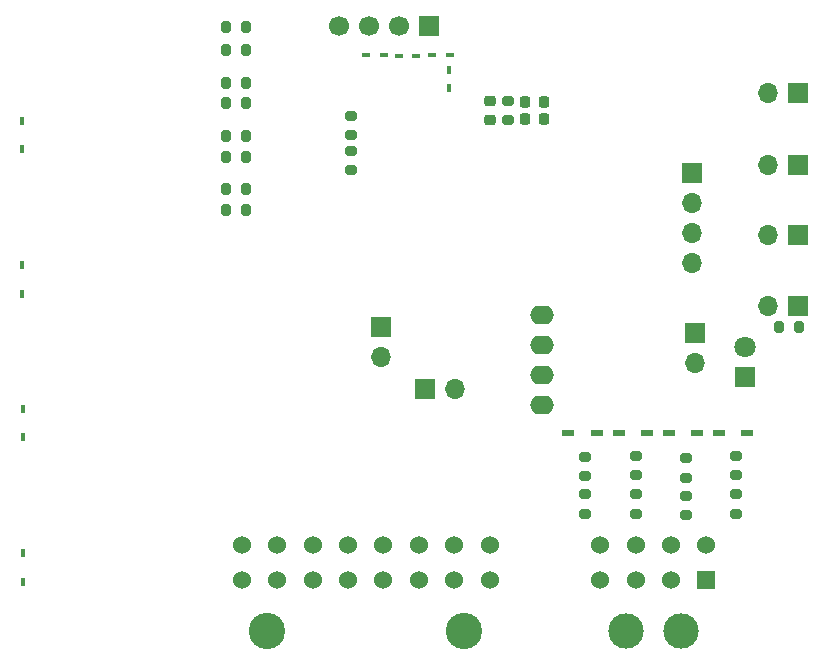
<source format=gbr>
%TF.GenerationSoftware,KiCad,Pcbnew,9.0.3*%
%TF.CreationDate,2025-07-23T10:37:13+02:00*%
%TF.ProjectId,DinoSpand_v2.0,44696e6f-5370-4616-9e64-5f76322e302e,rev?*%
%TF.SameCoordinates,Original*%
%TF.FileFunction,Soldermask,Bot*%
%TF.FilePolarity,Negative*%
%FSLAX46Y46*%
G04 Gerber Fmt 4.6, Leading zero omitted, Abs format (unit mm)*
G04 Created by KiCad (PCBNEW 9.0.3) date 2025-07-23 10:37:13*
%MOMM*%
%LPD*%
G01*
G04 APERTURE LIST*
G04 Aperture macros list*
%AMRoundRect*
0 Rectangle with rounded corners*
0 $1 Rounding radius*
0 $2 $3 $4 $5 $6 $7 $8 $9 X,Y pos of 4 corners*
0 Add a 4 corners polygon primitive as box body*
4,1,4,$2,$3,$4,$5,$6,$7,$8,$9,$2,$3,0*
0 Add four circle primitives for the rounded corners*
1,1,$1+$1,$2,$3*
1,1,$1+$1,$4,$5*
1,1,$1+$1,$6,$7*
1,1,$1+$1,$8,$9*
0 Add four rect primitives between the rounded corners*
20,1,$1+$1,$2,$3,$4,$5,0*
20,1,$1+$1,$4,$5,$6,$7,0*
20,1,$1+$1,$6,$7,$8,$9,0*
20,1,$1+$1,$8,$9,$2,$3,0*%
G04 Aperture macros list end*
%ADD10C,1.530000*%
%ADD11C,3.080000*%
%ADD12R,1.530000X1.530000*%
%ADD13C,3.000000*%
%ADD14R,1.700000X1.700000*%
%ADD15O,1.700000X1.700000*%
%ADD16C,1.700000*%
%ADD17R,1.800000X1.800000*%
%ADD18C,1.800000*%
%ADD19RoundRect,0.200000X0.200000X0.275000X-0.200000X0.275000X-0.200000X-0.275000X0.200000X-0.275000X0*%
%ADD20R,0.640000X0.420000*%
%ADD21RoundRect,0.200000X0.275000X-0.200000X0.275000X0.200000X-0.275000X0.200000X-0.275000X-0.200000X0*%
%ADD22RoundRect,0.225000X-0.225000X-0.250000X0.225000X-0.250000X0.225000X0.250000X-0.225000X0.250000X0*%
%ADD23R,1.000000X0.500000*%
%ADD24R,0.420000X0.720000*%
%ADD25RoundRect,0.225000X-0.250000X0.225000X-0.250000X-0.225000X0.250000X-0.225000X0.250000X0.225000X0*%
%ADD26RoundRect,0.200000X-0.275000X0.200000X-0.275000X-0.200000X0.275000X-0.200000X0.275000X0.200000X0*%
%ADD27R,0.420000X0.640000*%
%ADD28O,2.000000X1.600000*%
G04 APERTURE END LIST*
D10*
%TO.C,J3*%
X110650000Y-88672500D03*
X110650000Y-85672500D03*
X113650000Y-88672500D03*
X113650000Y-85672500D03*
X116650000Y-88672500D03*
X116650000Y-85672500D03*
X119650000Y-88672500D03*
X119650000Y-85672500D03*
X122650000Y-88672500D03*
X122650000Y-85672500D03*
X125650000Y-88672500D03*
X125650000Y-85672500D03*
X128650000Y-88672500D03*
X128650000Y-85672500D03*
X131650000Y-88672500D03*
X131650000Y-85672500D03*
D11*
X129500000Y-92992500D03*
X112800000Y-92992500D03*
%TD*%
D10*
%TO.C,J11*%
X141000000Y-85680000D03*
X144000000Y-85680000D03*
X147000000Y-85680000D03*
X150000000Y-85680000D03*
X141000000Y-88680000D03*
X144000000Y-88680000D03*
X147000000Y-88680000D03*
D12*
X150000000Y-88680000D03*
D13*
X147850000Y-93000000D03*
X143150000Y-93000000D03*
%TD*%
D14*
%TO.C,J4*%
X126175000Y-72510000D03*
D15*
X128715000Y-72510000D03*
%TD*%
D14*
%TO.C,J10*%
X157750000Y-65500000D03*
D15*
X155210000Y-65500000D03*
%TD*%
D14*
%TO.C,J6*%
X126500000Y-41750000D03*
D16*
X123960000Y-41750000D03*
X121420000Y-41750000D03*
X118880000Y-41750000D03*
%TD*%
D14*
%TO.C,J9*%
X157750000Y-59475000D03*
D15*
X155210000Y-59475000D03*
%TD*%
D14*
%TO.C,J5*%
X122450000Y-67285000D03*
D15*
X122450000Y-69825000D03*
%TD*%
D17*
%TO.C,D16*%
X153250000Y-71520000D03*
D18*
X153250000Y-68980000D03*
%TD*%
D14*
%TO.C,J1*%
X148750000Y-54250000D03*
D15*
X148750000Y-56790000D03*
X148750000Y-59330000D03*
X148750000Y-61870000D03*
%TD*%
D14*
%TO.C,J8*%
X157750000Y-53500000D03*
D15*
X155210000Y-53500000D03*
%TD*%
D14*
%TO.C,J2*%
X149000000Y-67750000D03*
D15*
X149000000Y-70290000D03*
%TD*%
D19*
%TO.C,R10*%
X110975000Y-51075000D03*
X109325000Y-51075000D03*
%TD*%
D20*
%TO.C,D15*%
X126750000Y-44250000D03*
X128250000Y-44250000D03*
%TD*%
D21*
%TO.C,R30*%
X148250000Y-80000000D03*
X148250000Y-78350000D03*
%TD*%
D22*
%TO.C,C2*%
X134675000Y-48175000D03*
X136225000Y-48175000D03*
%TD*%
D21*
%TO.C,R1*%
X133200000Y-49750000D03*
X133200000Y-48100000D03*
%TD*%
%TO.C,R26*%
X144000000Y-79825000D03*
X144000000Y-78175000D03*
%TD*%
D19*
%TO.C,R14*%
X110975000Y-55575000D03*
X109325000Y-55575000D03*
%TD*%
D22*
%TO.C,C1*%
X134675000Y-49675000D03*
X136225000Y-49675000D03*
%TD*%
D19*
%TO.C,R2*%
X110975000Y-41825000D03*
X109325000Y-41825000D03*
%TD*%
%TO.C,R6*%
X110975000Y-48325000D03*
X109325000Y-48325000D03*
%TD*%
%TO.C,R11*%
X110975000Y-52825000D03*
X109325000Y-52825000D03*
%TD*%
D21*
%TO.C,R29*%
X148250000Y-83175000D03*
X148250000Y-81525000D03*
%TD*%
D19*
%TO.C,R5*%
X110975000Y-46575000D03*
X109325000Y-46575000D03*
%TD*%
D23*
%TO.C,D11*%
X149200000Y-76250000D03*
X146800000Y-76250000D03*
%TD*%
D24*
%TO.C,D6*%
X92101551Y-88820552D03*
X92101551Y-86420552D03*
%TD*%
D25*
%TO.C,C3*%
X131700000Y-48150000D03*
X131700000Y-49700000D03*
%TD*%
D26*
%TO.C,R4*%
X119925000Y-49350000D03*
X119925000Y-51000000D03*
%TD*%
D23*
%TO.C,D8*%
X153450000Y-76250000D03*
X151050000Y-76250000D03*
%TD*%
D24*
%TO.C,D3*%
X92098888Y-76591233D03*
X92098888Y-74191233D03*
%TD*%
D20*
%TO.C,D14*%
X123940000Y-44276476D03*
X125440000Y-44276476D03*
%TD*%
D19*
%TO.C,R15*%
X110975000Y-57325000D03*
X109325000Y-57325000D03*
%TD*%
%TO.C,R31*%
X157825000Y-67250000D03*
X156175000Y-67250000D03*
%TD*%
D21*
%TO.C,R24*%
X152500000Y-79825000D03*
X152500000Y-78175000D03*
%TD*%
D27*
%TO.C,D12*%
X128190000Y-47000000D03*
X128190000Y-45500000D03*
%TD*%
D19*
%TO.C,R3*%
X110975000Y-43825000D03*
X109325000Y-43825000D03*
%TD*%
D23*
%TO.C,D10*%
X140700000Y-76261340D03*
X138300000Y-76261340D03*
%TD*%
D21*
%TO.C,R25*%
X144000000Y-83075000D03*
X144000000Y-81425000D03*
%TD*%
D24*
%TO.C,D1*%
X92075000Y-52225000D03*
X92075000Y-49825000D03*
%TD*%
D28*
%TO.C,U1*%
X136100000Y-73870000D03*
X136100000Y-71330000D03*
X136100000Y-68790000D03*
X136100000Y-66250000D03*
%TD*%
D21*
%TO.C,R28*%
X139750000Y-79911340D03*
X139750000Y-78261340D03*
%TD*%
%TO.C,R7*%
X119925000Y-54000000D03*
X119925000Y-52350000D03*
%TD*%
%TO.C,R27*%
X139750000Y-83086340D03*
X139750000Y-81436340D03*
%TD*%
D23*
%TO.C,D9*%
X144950000Y-76250000D03*
X142550000Y-76250000D03*
%TD*%
D20*
%TO.C,D13*%
X121190000Y-44250000D03*
X122690000Y-44250000D03*
%TD*%
D21*
%TO.C,R23*%
X152500000Y-83075000D03*
X152500000Y-81425000D03*
%TD*%
D24*
%TO.C,D2*%
X92062612Y-64442980D03*
X92062612Y-62042980D03*
%TD*%
D14*
%TO.C,J7*%
X157750000Y-47475000D03*
D15*
X155210000Y-47475000D03*
%TD*%
M02*

</source>
